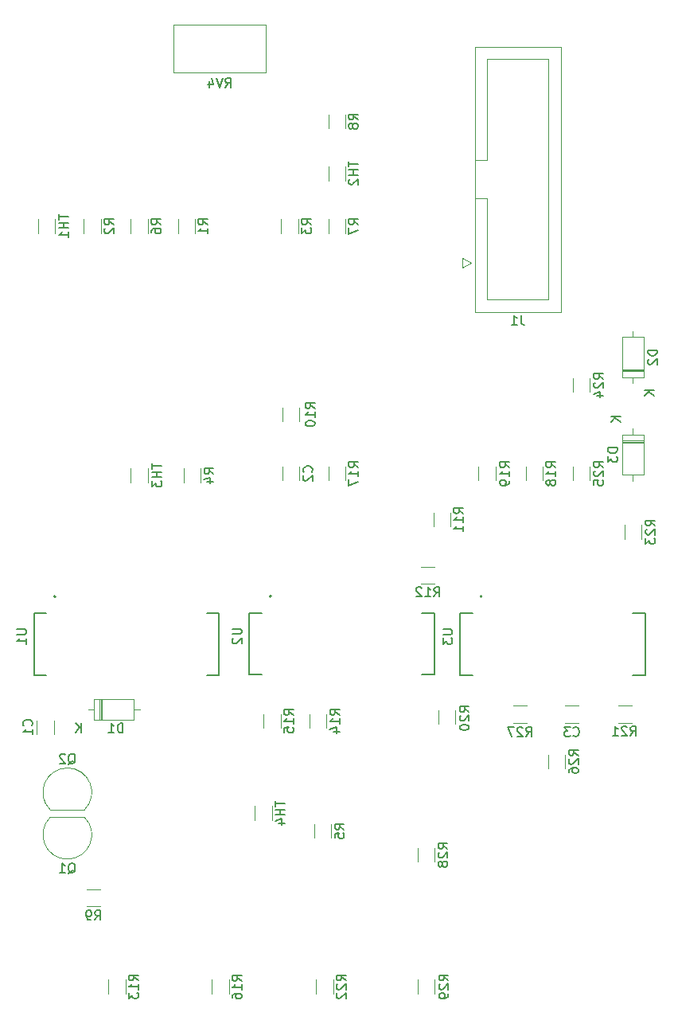
<source format=gbr>
%TF.GenerationSoftware,KiCad,Pcbnew,7.0.2*%
%TF.CreationDate,2023-05-22T18:24:12+02:00*%
%TF.ProjectId,VCO_EURORACK,56434f5f-4555-4524-9f52-41434b2e6b69,rev?*%
%TF.SameCoordinates,Original*%
%TF.FileFunction,Legend,Bot*%
%TF.FilePolarity,Positive*%
%FSLAX46Y46*%
G04 Gerber Fmt 4.6, Leading zero omitted, Abs format (unit mm)*
G04 Created by KiCad (PCBNEW 7.0.2) date 2023-05-22 18:24:12*
%MOMM*%
%LPD*%
G01*
G04 APERTURE LIST*
%ADD10C,0.150000*%
%ADD11C,0.120000*%
%ADD12C,0.127000*%
%ADD13C,0.200000*%
G04 APERTURE END LIST*
D10*
%TO.C,TH4*%
X135862619Y-121784286D02*
X135862619Y-122355714D01*
X136862619Y-122070000D02*
X135862619Y-122070000D01*
X136862619Y-122689048D02*
X135862619Y-122689048D01*
X136338809Y-122689048D02*
X136338809Y-123260476D01*
X136862619Y-123260476D02*
X135862619Y-123260476D01*
X136195952Y-124165238D02*
X136862619Y-124165238D01*
X135815000Y-123927143D02*
X136529285Y-123689048D01*
X136529285Y-123689048D02*
X136529285Y-124308095D01*
%TO.C,TH3*%
X122742619Y-85884286D02*
X122742619Y-86455714D01*
X123742619Y-86170000D02*
X122742619Y-86170000D01*
X123742619Y-86789048D02*
X122742619Y-86789048D01*
X123218809Y-86789048D02*
X123218809Y-87360476D01*
X123742619Y-87360476D02*
X122742619Y-87360476D01*
X122742619Y-87741429D02*
X122742619Y-88360476D01*
X122742619Y-88360476D02*
X123123571Y-88027143D01*
X123123571Y-88027143D02*
X123123571Y-88170000D01*
X123123571Y-88170000D02*
X123171190Y-88265238D01*
X123171190Y-88265238D02*
X123218809Y-88312857D01*
X123218809Y-88312857D02*
X123314047Y-88360476D01*
X123314047Y-88360476D02*
X123552142Y-88360476D01*
X123552142Y-88360476D02*
X123647380Y-88312857D01*
X123647380Y-88312857D02*
X123695000Y-88265238D01*
X123695000Y-88265238D02*
X123742619Y-88170000D01*
X123742619Y-88170000D02*
X123742619Y-87884286D01*
X123742619Y-87884286D02*
X123695000Y-87789048D01*
X123695000Y-87789048D02*
X123647380Y-87741429D01*
%TO.C,TH2*%
X143662619Y-53784286D02*
X143662619Y-54355714D01*
X144662619Y-54070000D02*
X143662619Y-54070000D01*
X144662619Y-54689048D02*
X143662619Y-54689048D01*
X144138809Y-54689048D02*
X144138809Y-55260476D01*
X144662619Y-55260476D02*
X143662619Y-55260476D01*
X143757857Y-55689048D02*
X143710238Y-55736667D01*
X143710238Y-55736667D02*
X143662619Y-55831905D01*
X143662619Y-55831905D02*
X143662619Y-56070000D01*
X143662619Y-56070000D02*
X143710238Y-56165238D01*
X143710238Y-56165238D02*
X143757857Y-56212857D01*
X143757857Y-56212857D02*
X143853095Y-56260476D01*
X143853095Y-56260476D02*
X143948333Y-56260476D01*
X143948333Y-56260476D02*
X144091190Y-56212857D01*
X144091190Y-56212857D02*
X144662619Y-55641429D01*
X144662619Y-55641429D02*
X144662619Y-56260476D01*
%TO.C,TH1*%
X112842619Y-59384286D02*
X112842619Y-59955714D01*
X113842619Y-59670000D02*
X112842619Y-59670000D01*
X113842619Y-60289048D02*
X112842619Y-60289048D01*
X113318809Y-60289048D02*
X113318809Y-60860476D01*
X113842619Y-60860476D02*
X112842619Y-60860476D01*
X113842619Y-61860476D02*
X113842619Y-61289048D01*
X113842619Y-61574762D02*
X112842619Y-61574762D01*
X112842619Y-61574762D02*
X112985476Y-61479524D01*
X112985476Y-61479524D02*
X113080714Y-61384286D01*
X113080714Y-61384286D02*
X113128333Y-61289048D01*
%TO.C,R29*%
X154242619Y-140877142D02*
X153766428Y-140543809D01*
X154242619Y-140305714D02*
X153242619Y-140305714D01*
X153242619Y-140305714D02*
X153242619Y-140686666D01*
X153242619Y-140686666D02*
X153290238Y-140781904D01*
X153290238Y-140781904D02*
X153337857Y-140829523D01*
X153337857Y-140829523D02*
X153433095Y-140877142D01*
X153433095Y-140877142D02*
X153575952Y-140877142D01*
X153575952Y-140877142D02*
X153671190Y-140829523D01*
X153671190Y-140829523D02*
X153718809Y-140781904D01*
X153718809Y-140781904D02*
X153766428Y-140686666D01*
X153766428Y-140686666D02*
X153766428Y-140305714D01*
X153337857Y-141258095D02*
X153290238Y-141305714D01*
X153290238Y-141305714D02*
X153242619Y-141400952D01*
X153242619Y-141400952D02*
X153242619Y-141639047D01*
X153242619Y-141639047D02*
X153290238Y-141734285D01*
X153290238Y-141734285D02*
X153337857Y-141781904D01*
X153337857Y-141781904D02*
X153433095Y-141829523D01*
X153433095Y-141829523D02*
X153528333Y-141829523D01*
X153528333Y-141829523D02*
X153671190Y-141781904D01*
X153671190Y-141781904D02*
X154242619Y-141210476D01*
X154242619Y-141210476D02*
X154242619Y-141829523D01*
X154242619Y-142305714D02*
X154242619Y-142496190D01*
X154242619Y-142496190D02*
X154195000Y-142591428D01*
X154195000Y-142591428D02*
X154147380Y-142639047D01*
X154147380Y-142639047D02*
X154004523Y-142734285D01*
X154004523Y-142734285D02*
X153814047Y-142781904D01*
X153814047Y-142781904D02*
X153433095Y-142781904D01*
X153433095Y-142781904D02*
X153337857Y-142734285D01*
X153337857Y-142734285D02*
X153290238Y-142686666D01*
X153290238Y-142686666D02*
X153242619Y-142591428D01*
X153242619Y-142591428D02*
X153242619Y-142400952D01*
X153242619Y-142400952D02*
X153290238Y-142305714D01*
X153290238Y-142305714D02*
X153337857Y-142258095D01*
X153337857Y-142258095D02*
X153433095Y-142210476D01*
X153433095Y-142210476D02*
X153671190Y-142210476D01*
X153671190Y-142210476D02*
X153766428Y-142258095D01*
X153766428Y-142258095D02*
X153814047Y-142305714D01*
X153814047Y-142305714D02*
X153861666Y-142400952D01*
X153861666Y-142400952D02*
X153861666Y-142591428D01*
X153861666Y-142591428D02*
X153814047Y-142686666D01*
X153814047Y-142686666D02*
X153766428Y-142734285D01*
X153766428Y-142734285D02*
X153671190Y-142781904D01*
%TO.C,R28*%
X154162619Y-126877142D02*
X153686428Y-126543809D01*
X154162619Y-126305714D02*
X153162619Y-126305714D01*
X153162619Y-126305714D02*
X153162619Y-126686666D01*
X153162619Y-126686666D02*
X153210238Y-126781904D01*
X153210238Y-126781904D02*
X153257857Y-126829523D01*
X153257857Y-126829523D02*
X153353095Y-126877142D01*
X153353095Y-126877142D02*
X153495952Y-126877142D01*
X153495952Y-126877142D02*
X153591190Y-126829523D01*
X153591190Y-126829523D02*
X153638809Y-126781904D01*
X153638809Y-126781904D02*
X153686428Y-126686666D01*
X153686428Y-126686666D02*
X153686428Y-126305714D01*
X153257857Y-127258095D02*
X153210238Y-127305714D01*
X153210238Y-127305714D02*
X153162619Y-127400952D01*
X153162619Y-127400952D02*
X153162619Y-127639047D01*
X153162619Y-127639047D02*
X153210238Y-127734285D01*
X153210238Y-127734285D02*
X153257857Y-127781904D01*
X153257857Y-127781904D02*
X153353095Y-127829523D01*
X153353095Y-127829523D02*
X153448333Y-127829523D01*
X153448333Y-127829523D02*
X153591190Y-127781904D01*
X153591190Y-127781904D02*
X154162619Y-127210476D01*
X154162619Y-127210476D02*
X154162619Y-127829523D01*
X153591190Y-128400952D02*
X153543571Y-128305714D01*
X153543571Y-128305714D02*
X153495952Y-128258095D01*
X153495952Y-128258095D02*
X153400714Y-128210476D01*
X153400714Y-128210476D02*
X153353095Y-128210476D01*
X153353095Y-128210476D02*
X153257857Y-128258095D01*
X153257857Y-128258095D02*
X153210238Y-128305714D01*
X153210238Y-128305714D02*
X153162619Y-128400952D01*
X153162619Y-128400952D02*
X153162619Y-128591428D01*
X153162619Y-128591428D02*
X153210238Y-128686666D01*
X153210238Y-128686666D02*
X153257857Y-128734285D01*
X153257857Y-128734285D02*
X153353095Y-128781904D01*
X153353095Y-128781904D02*
X153400714Y-128781904D01*
X153400714Y-128781904D02*
X153495952Y-128734285D01*
X153495952Y-128734285D02*
X153543571Y-128686666D01*
X153543571Y-128686666D02*
X153591190Y-128591428D01*
X153591190Y-128591428D02*
X153591190Y-128400952D01*
X153591190Y-128400952D02*
X153638809Y-128305714D01*
X153638809Y-128305714D02*
X153686428Y-128258095D01*
X153686428Y-128258095D02*
X153781666Y-128210476D01*
X153781666Y-128210476D02*
X153972142Y-128210476D01*
X153972142Y-128210476D02*
X154067380Y-128258095D01*
X154067380Y-128258095D02*
X154115000Y-128305714D01*
X154115000Y-128305714D02*
X154162619Y-128400952D01*
X154162619Y-128400952D02*
X154162619Y-128591428D01*
X154162619Y-128591428D02*
X154115000Y-128686666D01*
X154115000Y-128686666D02*
X154067380Y-128734285D01*
X154067380Y-128734285D02*
X153972142Y-128781904D01*
X153972142Y-128781904D02*
X153781666Y-128781904D01*
X153781666Y-128781904D02*
X153686428Y-128734285D01*
X153686428Y-128734285D02*
X153638809Y-128686666D01*
X153638809Y-128686666D02*
X153591190Y-128591428D01*
%TO.C,R27*%
X162522857Y-114932619D02*
X162856190Y-114456428D01*
X163094285Y-114932619D02*
X163094285Y-113932619D01*
X163094285Y-113932619D02*
X162713333Y-113932619D01*
X162713333Y-113932619D02*
X162618095Y-113980238D01*
X162618095Y-113980238D02*
X162570476Y-114027857D01*
X162570476Y-114027857D02*
X162522857Y-114123095D01*
X162522857Y-114123095D02*
X162522857Y-114265952D01*
X162522857Y-114265952D02*
X162570476Y-114361190D01*
X162570476Y-114361190D02*
X162618095Y-114408809D01*
X162618095Y-114408809D02*
X162713333Y-114456428D01*
X162713333Y-114456428D02*
X163094285Y-114456428D01*
X162141904Y-114027857D02*
X162094285Y-113980238D01*
X162094285Y-113980238D02*
X161999047Y-113932619D01*
X161999047Y-113932619D02*
X161760952Y-113932619D01*
X161760952Y-113932619D02*
X161665714Y-113980238D01*
X161665714Y-113980238D02*
X161618095Y-114027857D01*
X161618095Y-114027857D02*
X161570476Y-114123095D01*
X161570476Y-114123095D02*
X161570476Y-114218333D01*
X161570476Y-114218333D02*
X161618095Y-114361190D01*
X161618095Y-114361190D02*
X162189523Y-114932619D01*
X162189523Y-114932619D02*
X161570476Y-114932619D01*
X161237142Y-113932619D02*
X160570476Y-113932619D01*
X160570476Y-113932619D02*
X160999047Y-114932619D01*
%TO.C,R26*%
X168062619Y-116927142D02*
X167586428Y-116593809D01*
X168062619Y-116355714D02*
X167062619Y-116355714D01*
X167062619Y-116355714D02*
X167062619Y-116736666D01*
X167062619Y-116736666D02*
X167110238Y-116831904D01*
X167110238Y-116831904D02*
X167157857Y-116879523D01*
X167157857Y-116879523D02*
X167253095Y-116927142D01*
X167253095Y-116927142D02*
X167395952Y-116927142D01*
X167395952Y-116927142D02*
X167491190Y-116879523D01*
X167491190Y-116879523D02*
X167538809Y-116831904D01*
X167538809Y-116831904D02*
X167586428Y-116736666D01*
X167586428Y-116736666D02*
X167586428Y-116355714D01*
X167157857Y-117308095D02*
X167110238Y-117355714D01*
X167110238Y-117355714D02*
X167062619Y-117450952D01*
X167062619Y-117450952D02*
X167062619Y-117689047D01*
X167062619Y-117689047D02*
X167110238Y-117784285D01*
X167110238Y-117784285D02*
X167157857Y-117831904D01*
X167157857Y-117831904D02*
X167253095Y-117879523D01*
X167253095Y-117879523D02*
X167348333Y-117879523D01*
X167348333Y-117879523D02*
X167491190Y-117831904D01*
X167491190Y-117831904D02*
X168062619Y-117260476D01*
X168062619Y-117260476D02*
X168062619Y-117879523D01*
X167062619Y-118736666D02*
X167062619Y-118546190D01*
X167062619Y-118546190D02*
X167110238Y-118450952D01*
X167110238Y-118450952D02*
X167157857Y-118403333D01*
X167157857Y-118403333D02*
X167300714Y-118308095D01*
X167300714Y-118308095D02*
X167491190Y-118260476D01*
X167491190Y-118260476D02*
X167872142Y-118260476D01*
X167872142Y-118260476D02*
X167967380Y-118308095D01*
X167967380Y-118308095D02*
X168015000Y-118355714D01*
X168015000Y-118355714D02*
X168062619Y-118450952D01*
X168062619Y-118450952D02*
X168062619Y-118641428D01*
X168062619Y-118641428D02*
X168015000Y-118736666D01*
X168015000Y-118736666D02*
X167967380Y-118784285D01*
X167967380Y-118784285D02*
X167872142Y-118831904D01*
X167872142Y-118831904D02*
X167634047Y-118831904D01*
X167634047Y-118831904D02*
X167538809Y-118784285D01*
X167538809Y-118784285D02*
X167491190Y-118736666D01*
X167491190Y-118736666D02*
X167443571Y-118641428D01*
X167443571Y-118641428D02*
X167443571Y-118450952D01*
X167443571Y-118450952D02*
X167491190Y-118355714D01*
X167491190Y-118355714D02*
X167538809Y-118308095D01*
X167538809Y-118308095D02*
X167634047Y-118260476D01*
%TO.C,R25*%
X170742619Y-86327142D02*
X170266428Y-85993809D01*
X170742619Y-85755714D02*
X169742619Y-85755714D01*
X169742619Y-85755714D02*
X169742619Y-86136666D01*
X169742619Y-86136666D02*
X169790238Y-86231904D01*
X169790238Y-86231904D02*
X169837857Y-86279523D01*
X169837857Y-86279523D02*
X169933095Y-86327142D01*
X169933095Y-86327142D02*
X170075952Y-86327142D01*
X170075952Y-86327142D02*
X170171190Y-86279523D01*
X170171190Y-86279523D02*
X170218809Y-86231904D01*
X170218809Y-86231904D02*
X170266428Y-86136666D01*
X170266428Y-86136666D02*
X170266428Y-85755714D01*
X169837857Y-86708095D02*
X169790238Y-86755714D01*
X169790238Y-86755714D02*
X169742619Y-86850952D01*
X169742619Y-86850952D02*
X169742619Y-87089047D01*
X169742619Y-87089047D02*
X169790238Y-87184285D01*
X169790238Y-87184285D02*
X169837857Y-87231904D01*
X169837857Y-87231904D02*
X169933095Y-87279523D01*
X169933095Y-87279523D02*
X170028333Y-87279523D01*
X170028333Y-87279523D02*
X170171190Y-87231904D01*
X170171190Y-87231904D02*
X170742619Y-86660476D01*
X170742619Y-86660476D02*
X170742619Y-87279523D01*
X169742619Y-88184285D02*
X169742619Y-87708095D01*
X169742619Y-87708095D02*
X170218809Y-87660476D01*
X170218809Y-87660476D02*
X170171190Y-87708095D01*
X170171190Y-87708095D02*
X170123571Y-87803333D01*
X170123571Y-87803333D02*
X170123571Y-88041428D01*
X170123571Y-88041428D02*
X170171190Y-88136666D01*
X170171190Y-88136666D02*
X170218809Y-88184285D01*
X170218809Y-88184285D02*
X170314047Y-88231904D01*
X170314047Y-88231904D02*
X170552142Y-88231904D01*
X170552142Y-88231904D02*
X170647380Y-88184285D01*
X170647380Y-88184285D02*
X170695000Y-88136666D01*
X170695000Y-88136666D02*
X170742619Y-88041428D01*
X170742619Y-88041428D02*
X170742619Y-87803333D01*
X170742619Y-87803333D02*
X170695000Y-87708095D01*
X170695000Y-87708095D02*
X170647380Y-87660476D01*
%TO.C,R24*%
X170742619Y-76927142D02*
X170266428Y-76593809D01*
X170742619Y-76355714D02*
X169742619Y-76355714D01*
X169742619Y-76355714D02*
X169742619Y-76736666D01*
X169742619Y-76736666D02*
X169790238Y-76831904D01*
X169790238Y-76831904D02*
X169837857Y-76879523D01*
X169837857Y-76879523D02*
X169933095Y-76927142D01*
X169933095Y-76927142D02*
X170075952Y-76927142D01*
X170075952Y-76927142D02*
X170171190Y-76879523D01*
X170171190Y-76879523D02*
X170218809Y-76831904D01*
X170218809Y-76831904D02*
X170266428Y-76736666D01*
X170266428Y-76736666D02*
X170266428Y-76355714D01*
X169837857Y-77308095D02*
X169790238Y-77355714D01*
X169790238Y-77355714D02*
X169742619Y-77450952D01*
X169742619Y-77450952D02*
X169742619Y-77689047D01*
X169742619Y-77689047D02*
X169790238Y-77784285D01*
X169790238Y-77784285D02*
X169837857Y-77831904D01*
X169837857Y-77831904D02*
X169933095Y-77879523D01*
X169933095Y-77879523D02*
X170028333Y-77879523D01*
X170028333Y-77879523D02*
X170171190Y-77831904D01*
X170171190Y-77831904D02*
X170742619Y-77260476D01*
X170742619Y-77260476D02*
X170742619Y-77879523D01*
X170075952Y-78736666D02*
X170742619Y-78736666D01*
X169695000Y-78498571D02*
X170409285Y-78260476D01*
X170409285Y-78260476D02*
X170409285Y-78879523D01*
%TO.C,R23*%
X176242619Y-92527142D02*
X175766428Y-92193809D01*
X176242619Y-91955714D02*
X175242619Y-91955714D01*
X175242619Y-91955714D02*
X175242619Y-92336666D01*
X175242619Y-92336666D02*
X175290238Y-92431904D01*
X175290238Y-92431904D02*
X175337857Y-92479523D01*
X175337857Y-92479523D02*
X175433095Y-92527142D01*
X175433095Y-92527142D02*
X175575952Y-92527142D01*
X175575952Y-92527142D02*
X175671190Y-92479523D01*
X175671190Y-92479523D02*
X175718809Y-92431904D01*
X175718809Y-92431904D02*
X175766428Y-92336666D01*
X175766428Y-92336666D02*
X175766428Y-91955714D01*
X175337857Y-92908095D02*
X175290238Y-92955714D01*
X175290238Y-92955714D02*
X175242619Y-93050952D01*
X175242619Y-93050952D02*
X175242619Y-93289047D01*
X175242619Y-93289047D02*
X175290238Y-93384285D01*
X175290238Y-93384285D02*
X175337857Y-93431904D01*
X175337857Y-93431904D02*
X175433095Y-93479523D01*
X175433095Y-93479523D02*
X175528333Y-93479523D01*
X175528333Y-93479523D02*
X175671190Y-93431904D01*
X175671190Y-93431904D02*
X176242619Y-92860476D01*
X176242619Y-92860476D02*
X176242619Y-93479523D01*
X175242619Y-93812857D02*
X175242619Y-94431904D01*
X175242619Y-94431904D02*
X175623571Y-94098571D01*
X175623571Y-94098571D02*
X175623571Y-94241428D01*
X175623571Y-94241428D02*
X175671190Y-94336666D01*
X175671190Y-94336666D02*
X175718809Y-94384285D01*
X175718809Y-94384285D02*
X175814047Y-94431904D01*
X175814047Y-94431904D02*
X176052142Y-94431904D01*
X176052142Y-94431904D02*
X176147380Y-94384285D01*
X176147380Y-94384285D02*
X176195000Y-94336666D01*
X176195000Y-94336666D02*
X176242619Y-94241428D01*
X176242619Y-94241428D02*
X176242619Y-93955714D01*
X176242619Y-93955714D02*
X176195000Y-93860476D01*
X176195000Y-93860476D02*
X176147380Y-93812857D01*
%TO.C,R22*%
X143342619Y-140877142D02*
X142866428Y-140543809D01*
X143342619Y-140305714D02*
X142342619Y-140305714D01*
X142342619Y-140305714D02*
X142342619Y-140686666D01*
X142342619Y-140686666D02*
X142390238Y-140781904D01*
X142390238Y-140781904D02*
X142437857Y-140829523D01*
X142437857Y-140829523D02*
X142533095Y-140877142D01*
X142533095Y-140877142D02*
X142675952Y-140877142D01*
X142675952Y-140877142D02*
X142771190Y-140829523D01*
X142771190Y-140829523D02*
X142818809Y-140781904D01*
X142818809Y-140781904D02*
X142866428Y-140686666D01*
X142866428Y-140686666D02*
X142866428Y-140305714D01*
X142437857Y-141258095D02*
X142390238Y-141305714D01*
X142390238Y-141305714D02*
X142342619Y-141400952D01*
X142342619Y-141400952D02*
X142342619Y-141639047D01*
X142342619Y-141639047D02*
X142390238Y-141734285D01*
X142390238Y-141734285D02*
X142437857Y-141781904D01*
X142437857Y-141781904D02*
X142533095Y-141829523D01*
X142533095Y-141829523D02*
X142628333Y-141829523D01*
X142628333Y-141829523D02*
X142771190Y-141781904D01*
X142771190Y-141781904D02*
X143342619Y-141210476D01*
X143342619Y-141210476D02*
X143342619Y-141829523D01*
X142437857Y-142210476D02*
X142390238Y-142258095D01*
X142390238Y-142258095D02*
X142342619Y-142353333D01*
X142342619Y-142353333D02*
X142342619Y-142591428D01*
X142342619Y-142591428D02*
X142390238Y-142686666D01*
X142390238Y-142686666D02*
X142437857Y-142734285D01*
X142437857Y-142734285D02*
X142533095Y-142781904D01*
X142533095Y-142781904D02*
X142628333Y-142781904D01*
X142628333Y-142781904D02*
X142771190Y-142734285D01*
X142771190Y-142734285D02*
X143342619Y-142162857D01*
X143342619Y-142162857D02*
X143342619Y-142781904D01*
%TO.C,R21*%
X173622857Y-114832619D02*
X173956190Y-114356428D01*
X174194285Y-114832619D02*
X174194285Y-113832619D01*
X174194285Y-113832619D02*
X173813333Y-113832619D01*
X173813333Y-113832619D02*
X173718095Y-113880238D01*
X173718095Y-113880238D02*
X173670476Y-113927857D01*
X173670476Y-113927857D02*
X173622857Y-114023095D01*
X173622857Y-114023095D02*
X173622857Y-114165952D01*
X173622857Y-114165952D02*
X173670476Y-114261190D01*
X173670476Y-114261190D02*
X173718095Y-114308809D01*
X173718095Y-114308809D02*
X173813333Y-114356428D01*
X173813333Y-114356428D02*
X174194285Y-114356428D01*
X173241904Y-113927857D02*
X173194285Y-113880238D01*
X173194285Y-113880238D02*
X173099047Y-113832619D01*
X173099047Y-113832619D02*
X172860952Y-113832619D01*
X172860952Y-113832619D02*
X172765714Y-113880238D01*
X172765714Y-113880238D02*
X172718095Y-113927857D01*
X172718095Y-113927857D02*
X172670476Y-114023095D01*
X172670476Y-114023095D02*
X172670476Y-114118333D01*
X172670476Y-114118333D02*
X172718095Y-114261190D01*
X172718095Y-114261190D02*
X173289523Y-114832619D01*
X173289523Y-114832619D02*
X172670476Y-114832619D01*
X171718095Y-114832619D02*
X172289523Y-114832619D01*
X172003809Y-114832619D02*
X172003809Y-113832619D01*
X172003809Y-113832619D02*
X172099047Y-113975476D01*
X172099047Y-113975476D02*
X172194285Y-114070714D01*
X172194285Y-114070714D02*
X172289523Y-114118333D01*
%TO.C,R20*%
X156442619Y-112327142D02*
X155966428Y-111993809D01*
X156442619Y-111755714D02*
X155442619Y-111755714D01*
X155442619Y-111755714D02*
X155442619Y-112136666D01*
X155442619Y-112136666D02*
X155490238Y-112231904D01*
X155490238Y-112231904D02*
X155537857Y-112279523D01*
X155537857Y-112279523D02*
X155633095Y-112327142D01*
X155633095Y-112327142D02*
X155775952Y-112327142D01*
X155775952Y-112327142D02*
X155871190Y-112279523D01*
X155871190Y-112279523D02*
X155918809Y-112231904D01*
X155918809Y-112231904D02*
X155966428Y-112136666D01*
X155966428Y-112136666D02*
X155966428Y-111755714D01*
X155537857Y-112708095D02*
X155490238Y-112755714D01*
X155490238Y-112755714D02*
X155442619Y-112850952D01*
X155442619Y-112850952D02*
X155442619Y-113089047D01*
X155442619Y-113089047D02*
X155490238Y-113184285D01*
X155490238Y-113184285D02*
X155537857Y-113231904D01*
X155537857Y-113231904D02*
X155633095Y-113279523D01*
X155633095Y-113279523D02*
X155728333Y-113279523D01*
X155728333Y-113279523D02*
X155871190Y-113231904D01*
X155871190Y-113231904D02*
X156442619Y-112660476D01*
X156442619Y-112660476D02*
X156442619Y-113279523D01*
X155442619Y-113898571D02*
X155442619Y-113993809D01*
X155442619Y-113993809D02*
X155490238Y-114089047D01*
X155490238Y-114089047D02*
X155537857Y-114136666D01*
X155537857Y-114136666D02*
X155633095Y-114184285D01*
X155633095Y-114184285D02*
X155823571Y-114231904D01*
X155823571Y-114231904D02*
X156061666Y-114231904D01*
X156061666Y-114231904D02*
X156252142Y-114184285D01*
X156252142Y-114184285D02*
X156347380Y-114136666D01*
X156347380Y-114136666D02*
X156395000Y-114089047D01*
X156395000Y-114089047D02*
X156442619Y-113993809D01*
X156442619Y-113993809D02*
X156442619Y-113898571D01*
X156442619Y-113898571D02*
X156395000Y-113803333D01*
X156395000Y-113803333D02*
X156347380Y-113755714D01*
X156347380Y-113755714D02*
X156252142Y-113708095D01*
X156252142Y-113708095D02*
X156061666Y-113660476D01*
X156061666Y-113660476D02*
X155823571Y-113660476D01*
X155823571Y-113660476D02*
X155633095Y-113708095D01*
X155633095Y-113708095D02*
X155537857Y-113755714D01*
X155537857Y-113755714D02*
X155490238Y-113803333D01*
X155490238Y-113803333D02*
X155442619Y-113898571D01*
%TO.C,R19*%
X160742619Y-86327142D02*
X160266428Y-85993809D01*
X160742619Y-85755714D02*
X159742619Y-85755714D01*
X159742619Y-85755714D02*
X159742619Y-86136666D01*
X159742619Y-86136666D02*
X159790238Y-86231904D01*
X159790238Y-86231904D02*
X159837857Y-86279523D01*
X159837857Y-86279523D02*
X159933095Y-86327142D01*
X159933095Y-86327142D02*
X160075952Y-86327142D01*
X160075952Y-86327142D02*
X160171190Y-86279523D01*
X160171190Y-86279523D02*
X160218809Y-86231904D01*
X160218809Y-86231904D02*
X160266428Y-86136666D01*
X160266428Y-86136666D02*
X160266428Y-85755714D01*
X160742619Y-87279523D02*
X160742619Y-86708095D01*
X160742619Y-86993809D02*
X159742619Y-86993809D01*
X159742619Y-86993809D02*
X159885476Y-86898571D01*
X159885476Y-86898571D02*
X159980714Y-86803333D01*
X159980714Y-86803333D02*
X160028333Y-86708095D01*
X160742619Y-87755714D02*
X160742619Y-87946190D01*
X160742619Y-87946190D02*
X160695000Y-88041428D01*
X160695000Y-88041428D02*
X160647380Y-88089047D01*
X160647380Y-88089047D02*
X160504523Y-88184285D01*
X160504523Y-88184285D02*
X160314047Y-88231904D01*
X160314047Y-88231904D02*
X159933095Y-88231904D01*
X159933095Y-88231904D02*
X159837857Y-88184285D01*
X159837857Y-88184285D02*
X159790238Y-88136666D01*
X159790238Y-88136666D02*
X159742619Y-88041428D01*
X159742619Y-88041428D02*
X159742619Y-87850952D01*
X159742619Y-87850952D02*
X159790238Y-87755714D01*
X159790238Y-87755714D02*
X159837857Y-87708095D01*
X159837857Y-87708095D02*
X159933095Y-87660476D01*
X159933095Y-87660476D02*
X160171190Y-87660476D01*
X160171190Y-87660476D02*
X160266428Y-87708095D01*
X160266428Y-87708095D02*
X160314047Y-87755714D01*
X160314047Y-87755714D02*
X160361666Y-87850952D01*
X160361666Y-87850952D02*
X160361666Y-88041428D01*
X160361666Y-88041428D02*
X160314047Y-88136666D01*
X160314047Y-88136666D02*
X160266428Y-88184285D01*
X160266428Y-88184285D02*
X160171190Y-88231904D01*
%TO.C,R18*%
X165662619Y-86327142D02*
X165186428Y-85993809D01*
X165662619Y-85755714D02*
X164662619Y-85755714D01*
X164662619Y-85755714D02*
X164662619Y-86136666D01*
X164662619Y-86136666D02*
X164710238Y-86231904D01*
X164710238Y-86231904D02*
X164757857Y-86279523D01*
X164757857Y-86279523D02*
X164853095Y-86327142D01*
X164853095Y-86327142D02*
X164995952Y-86327142D01*
X164995952Y-86327142D02*
X165091190Y-86279523D01*
X165091190Y-86279523D02*
X165138809Y-86231904D01*
X165138809Y-86231904D02*
X165186428Y-86136666D01*
X165186428Y-86136666D02*
X165186428Y-85755714D01*
X165662619Y-87279523D02*
X165662619Y-86708095D01*
X165662619Y-86993809D02*
X164662619Y-86993809D01*
X164662619Y-86993809D02*
X164805476Y-86898571D01*
X164805476Y-86898571D02*
X164900714Y-86803333D01*
X164900714Y-86803333D02*
X164948333Y-86708095D01*
X165091190Y-87850952D02*
X165043571Y-87755714D01*
X165043571Y-87755714D02*
X164995952Y-87708095D01*
X164995952Y-87708095D02*
X164900714Y-87660476D01*
X164900714Y-87660476D02*
X164853095Y-87660476D01*
X164853095Y-87660476D02*
X164757857Y-87708095D01*
X164757857Y-87708095D02*
X164710238Y-87755714D01*
X164710238Y-87755714D02*
X164662619Y-87850952D01*
X164662619Y-87850952D02*
X164662619Y-88041428D01*
X164662619Y-88041428D02*
X164710238Y-88136666D01*
X164710238Y-88136666D02*
X164757857Y-88184285D01*
X164757857Y-88184285D02*
X164853095Y-88231904D01*
X164853095Y-88231904D02*
X164900714Y-88231904D01*
X164900714Y-88231904D02*
X164995952Y-88184285D01*
X164995952Y-88184285D02*
X165043571Y-88136666D01*
X165043571Y-88136666D02*
X165091190Y-88041428D01*
X165091190Y-88041428D02*
X165091190Y-87850952D01*
X165091190Y-87850952D02*
X165138809Y-87755714D01*
X165138809Y-87755714D02*
X165186428Y-87708095D01*
X165186428Y-87708095D02*
X165281666Y-87660476D01*
X165281666Y-87660476D02*
X165472142Y-87660476D01*
X165472142Y-87660476D02*
X165567380Y-87708095D01*
X165567380Y-87708095D02*
X165615000Y-87755714D01*
X165615000Y-87755714D02*
X165662619Y-87850952D01*
X165662619Y-87850952D02*
X165662619Y-88041428D01*
X165662619Y-88041428D02*
X165615000Y-88136666D01*
X165615000Y-88136666D02*
X165567380Y-88184285D01*
X165567380Y-88184285D02*
X165472142Y-88231904D01*
X165472142Y-88231904D02*
X165281666Y-88231904D01*
X165281666Y-88231904D02*
X165186428Y-88184285D01*
X165186428Y-88184285D02*
X165138809Y-88136666D01*
X165138809Y-88136666D02*
X165091190Y-88041428D01*
%TO.C,R17*%
X144662619Y-86327142D02*
X144186428Y-85993809D01*
X144662619Y-85755714D02*
X143662619Y-85755714D01*
X143662619Y-85755714D02*
X143662619Y-86136666D01*
X143662619Y-86136666D02*
X143710238Y-86231904D01*
X143710238Y-86231904D02*
X143757857Y-86279523D01*
X143757857Y-86279523D02*
X143853095Y-86327142D01*
X143853095Y-86327142D02*
X143995952Y-86327142D01*
X143995952Y-86327142D02*
X144091190Y-86279523D01*
X144091190Y-86279523D02*
X144138809Y-86231904D01*
X144138809Y-86231904D02*
X144186428Y-86136666D01*
X144186428Y-86136666D02*
X144186428Y-85755714D01*
X144662619Y-87279523D02*
X144662619Y-86708095D01*
X144662619Y-86993809D02*
X143662619Y-86993809D01*
X143662619Y-86993809D02*
X143805476Y-86898571D01*
X143805476Y-86898571D02*
X143900714Y-86803333D01*
X143900714Y-86803333D02*
X143948333Y-86708095D01*
X143662619Y-87612857D02*
X143662619Y-88279523D01*
X143662619Y-88279523D02*
X144662619Y-87850952D01*
%TO.C,R16*%
X132242619Y-140927142D02*
X131766428Y-140593809D01*
X132242619Y-140355714D02*
X131242619Y-140355714D01*
X131242619Y-140355714D02*
X131242619Y-140736666D01*
X131242619Y-140736666D02*
X131290238Y-140831904D01*
X131290238Y-140831904D02*
X131337857Y-140879523D01*
X131337857Y-140879523D02*
X131433095Y-140927142D01*
X131433095Y-140927142D02*
X131575952Y-140927142D01*
X131575952Y-140927142D02*
X131671190Y-140879523D01*
X131671190Y-140879523D02*
X131718809Y-140831904D01*
X131718809Y-140831904D02*
X131766428Y-140736666D01*
X131766428Y-140736666D02*
X131766428Y-140355714D01*
X132242619Y-141879523D02*
X132242619Y-141308095D01*
X132242619Y-141593809D02*
X131242619Y-141593809D01*
X131242619Y-141593809D02*
X131385476Y-141498571D01*
X131385476Y-141498571D02*
X131480714Y-141403333D01*
X131480714Y-141403333D02*
X131528333Y-141308095D01*
X131242619Y-142736666D02*
X131242619Y-142546190D01*
X131242619Y-142546190D02*
X131290238Y-142450952D01*
X131290238Y-142450952D02*
X131337857Y-142403333D01*
X131337857Y-142403333D02*
X131480714Y-142308095D01*
X131480714Y-142308095D02*
X131671190Y-142260476D01*
X131671190Y-142260476D02*
X132052142Y-142260476D01*
X132052142Y-142260476D02*
X132147380Y-142308095D01*
X132147380Y-142308095D02*
X132195000Y-142355714D01*
X132195000Y-142355714D02*
X132242619Y-142450952D01*
X132242619Y-142450952D02*
X132242619Y-142641428D01*
X132242619Y-142641428D02*
X132195000Y-142736666D01*
X132195000Y-142736666D02*
X132147380Y-142784285D01*
X132147380Y-142784285D02*
X132052142Y-142831904D01*
X132052142Y-142831904D02*
X131814047Y-142831904D01*
X131814047Y-142831904D02*
X131718809Y-142784285D01*
X131718809Y-142784285D02*
X131671190Y-142736666D01*
X131671190Y-142736666D02*
X131623571Y-142641428D01*
X131623571Y-142641428D02*
X131623571Y-142450952D01*
X131623571Y-142450952D02*
X131671190Y-142355714D01*
X131671190Y-142355714D02*
X131718809Y-142308095D01*
X131718809Y-142308095D02*
X131814047Y-142260476D01*
%TO.C,R15*%
X137762619Y-112627142D02*
X137286428Y-112293809D01*
X137762619Y-112055714D02*
X136762619Y-112055714D01*
X136762619Y-112055714D02*
X136762619Y-112436666D01*
X136762619Y-112436666D02*
X136810238Y-112531904D01*
X136810238Y-112531904D02*
X136857857Y-112579523D01*
X136857857Y-112579523D02*
X136953095Y-112627142D01*
X136953095Y-112627142D02*
X137095952Y-112627142D01*
X137095952Y-112627142D02*
X137191190Y-112579523D01*
X137191190Y-112579523D02*
X137238809Y-112531904D01*
X137238809Y-112531904D02*
X137286428Y-112436666D01*
X137286428Y-112436666D02*
X137286428Y-112055714D01*
X137762619Y-113579523D02*
X137762619Y-113008095D01*
X137762619Y-113293809D02*
X136762619Y-113293809D01*
X136762619Y-113293809D02*
X136905476Y-113198571D01*
X136905476Y-113198571D02*
X137000714Y-113103333D01*
X137000714Y-113103333D02*
X137048333Y-113008095D01*
X136762619Y-114484285D02*
X136762619Y-114008095D01*
X136762619Y-114008095D02*
X137238809Y-113960476D01*
X137238809Y-113960476D02*
X137191190Y-114008095D01*
X137191190Y-114008095D02*
X137143571Y-114103333D01*
X137143571Y-114103333D02*
X137143571Y-114341428D01*
X137143571Y-114341428D02*
X137191190Y-114436666D01*
X137191190Y-114436666D02*
X137238809Y-114484285D01*
X137238809Y-114484285D02*
X137334047Y-114531904D01*
X137334047Y-114531904D02*
X137572142Y-114531904D01*
X137572142Y-114531904D02*
X137667380Y-114484285D01*
X137667380Y-114484285D02*
X137715000Y-114436666D01*
X137715000Y-114436666D02*
X137762619Y-114341428D01*
X137762619Y-114341428D02*
X137762619Y-114103333D01*
X137762619Y-114103333D02*
X137715000Y-114008095D01*
X137715000Y-114008095D02*
X137667380Y-113960476D01*
%TO.C,R14*%
X142662619Y-112627142D02*
X142186428Y-112293809D01*
X142662619Y-112055714D02*
X141662619Y-112055714D01*
X141662619Y-112055714D02*
X141662619Y-112436666D01*
X141662619Y-112436666D02*
X141710238Y-112531904D01*
X141710238Y-112531904D02*
X141757857Y-112579523D01*
X141757857Y-112579523D02*
X141853095Y-112627142D01*
X141853095Y-112627142D02*
X141995952Y-112627142D01*
X141995952Y-112627142D02*
X142091190Y-112579523D01*
X142091190Y-112579523D02*
X142138809Y-112531904D01*
X142138809Y-112531904D02*
X142186428Y-112436666D01*
X142186428Y-112436666D02*
X142186428Y-112055714D01*
X142662619Y-113579523D02*
X142662619Y-113008095D01*
X142662619Y-113293809D02*
X141662619Y-113293809D01*
X141662619Y-113293809D02*
X141805476Y-113198571D01*
X141805476Y-113198571D02*
X141900714Y-113103333D01*
X141900714Y-113103333D02*
X141948333Y-113008095D01*
X141995952Y-114436666D02*
X142662619Y-114436666D01*
X141615000Y-114198571D02*
X142329285Y-113960476D01*
X142329285Y-113960476D02*
X142329285Y-114579523D01*
%TO.C,R13*%
X121242619Y-140877142D02*
X120766428Y-140543809D01*
X121242619Y-140305714D02*
X120242619Y-140305714D01*
X120242619Y-140305714D02*
X120242619Y-140686666D01*
X120242619Y-140686666D02*
X120290238Y-140781904D01*
X120290238Y-140781904D02*
X120337857Y-140829523D01*
X120337857Y-140829523D02*
X120433095Y-140877142D01*
X120433095Y-140877142D02*
X120575952Y-140877142D01*
X120575952Y-140877142D02*
X120671190Y-140829523D01*
X120671190Y-140829523D02*
X120718809Y-140781904D01*
X120718809Y-140781904D02*
X120766428Y-140686666D01*
X120766428Y-140686666D02*
X120766428Y-140305714D01*
X121242619Y-141829523D02*
X121242619Y-141258095D01*
X121242619Y-141543809D02*
X120242619Y-141543809D01*
X120242619Y-141543809D02*
X120385476Y-141448571D01*
X120385476Y-141448571D02*
X120480714Y-141353333D01*
X120480714Y-141353333D02*
X120528333Y-141258095D01*
X120242619Y-142162857D02*
X120242619Y-142781904D01*
X120242619Y-142781904D02*
X120623571Y-142448571D01*
X120623571Y-142448571D02*
X120623571Y-142591428D01*
X120623571Y-142591428D02*
X120671190Y-142686666D01*
X120671190Y-142686666D02*
X120718809Y-142734285D01*
X120718809Y-142734285D02*
X120814047Y-142781904D01*
X120814047Y-142781904D02*
X121052142Y-142781904D01*
X121052142Y-142781904D02*
X121147380Y-142734285D01*
X121147380Y-142734285D02*
X121195000Y-142686666D01*
X121195000Y-142686666D02*
X121242619Y-142591428D01*
X121242619Y-142591428D02*
X121242619Y-142305714D01*
X121242619Y-142305714D02*
X121195000Y-142210476D01*
X121195000Y-142210476D02*
X121147380Y-142162857D01*
%TO.C,R12*%
X152722857Y-100052619D02*
X153056190Y-99576428D01*
X153294285Y-100052619D02*
X153294285Y-99052619D01*
X153294285Y-99052619D02*
X152913333Y-99052619D01*
X152913333Y-99052619D02*
X152818095Y-99100238D01*
X152818095Y-99100238D02*
X152770476Y-99147857D01*
X152770476Y-99147857D02*
X152722857Y-99243095D01*
X152722857Y-99243095D02*
X152722857Y-99385952D01*
X152722857Y-99385952D02*
X152770476Y-99481190D01*
X152770476Y-99481190D02*
X152818095Y-99528809D01*
X152818095Y-99528809D02*
X152913333Y-99576428D01*
X152913333Y-99576428D02*
X153294285Y-99576428D01*
X151770476Y-100052619D02*
X152341904Y-100052619D01*
X152056190Y-100052619D02*
X152056190Y-99052619D01*
X152056190Y-99052619D02*
X152151428Y-99195476D01*
X152151428Y-99195476D02*
X152246666Y-99290714D01*
X152246666Y-99290714D02*
X152341904Y-99338333D01*
X151389523Y-99147857D02*
X151341904Y-99100238D01*
X151341904Y-99100238D02*
X151246666Y-99052619D01*
X151246666Y-99052619D02*
X151008571Y-99052619D01*
X151008571Y-99052619D02*
X150913333Y-99100238D01*
X150913333Y-99100238D02*
X150865714Y-99147857D01*
X150865714Y-99147857D02*
X150818095Y-99243095D01*
X150818095Y-99243095D02*
X150818095Y-99338333D01*
X150818095Y-99338333D02*
X150865714Y-99481190D01*
X150865714Y-99481190D02*
X151437142Y-100052619D01*
X151437142Y-100052619D02*
X150818095Y-100052619D01*
%TO.C,R11*%
X155842619Y-91227142D02*
X155366428Y-90893809D01*
X155842619Y-90655714D02*
X154842619Y-90655714D01*
X154842619Y-90655714D02*
X154842619Y-91036666D01*
X154842619Y-91036666D02*
X154890238Y-91131904D01*
X154890238Y-91131904D02*
X154937857Y-91179523D01*
X154937857Y-91179523D02*
X155033095Y-91227142D01*
X155033095Y-91227142D02*
X155175952Y-91227142D01*
X155175952Y-91227142D02*
X155271190Y-91179523D01*
X155271190Y-91179523D02*
X155318809Y-91131904D01*
X155318809Y-91131904D02*
X155366428Y-91036666D01*
X155366428Y-91036666D02*
X155366428Y-90655714D01*
X155842619Y-92179523D02*
X155842619Y-91608095D01*
X155842619Y-91893809D02*
X154842619Y-91893809D01*
X154842619Y-91893809D02*
X154985476Y-91798571D01*
X154985476Y-91798571D02*
X155080714Y-91703333D01*
X155080714Y-91703333D02*
X155128333Y-91608095D01*
X155842619Y-93131904D02*
X155842619Y-92560476D01*
X155842619Y-92846190D02*
X154842619Y-92846190D01*
X154842619Y-92846190D02*
X154985476Y-92750952D01*
X154985476Y-92750952D02*
X155080714Y-92655714D01*
X155080714Y-92655714D02*
X155128333Y-92560476D01*
%TO.C,R10*%
X140042619Y-80027142D02*
X139566428Y-79693809D01*
X140042619Y-79455714D02*
X139042619Y-79455714D01*
X139042619Y-79455714D02*
X139042619Y-79836666D01*
X139042619Y-79836666D02*
X139090238Y-79931904D01*
X139090238Y-79931904D02*
X139137857Y-79979523D01*
X139137857Y-79979523D02*
X139233095Y-80027142D01*
X139233095Y-80027142D02*
X139375952Y-80027142D01*
X139375952Y-80027142D02*
X139471190Y-79979523D01*
X139471190Y-79979523D02*
X139518809Y-79931904D01*
X139518809Y-79931904D02*
X139566428Y-79836666D01*
X139566428Y-79836666D02*
X139566428Y-79455714D01*
X140042619Y-80979523D02*
X140042619Y-80408095D01*
X140042619Y-80693809D02*
X139042619Y-80693809D01*
X139042619Y-80693809D02*
X139185476Y-80598571D01*
X139185476Y-80598571D02*
X139280714Y-80503333D01*
X139280714Y-80503333D02*
X139328333Y-80408095D01*
X139042619Y-81598571D02*
X139042619Y-81693809D01*
X139042619Y-81693809D02*
X139090238Y-81789047D01*
X139090238Y-81789047D02*
X139137857Y-81836666D01*
X139137857Y-81836666D02*
X139233095Y-81884285D01*
X139233095Y-81884285D02*
X139423571Y-81931904D01*
X139423571Y-81931904D02*
X139661666Y-81931904D01*
X139661666Y-81931904D02*
X139852142Y-81884285D01*
X139852142Y-81884285D02*
X139947380Y-81836666D01*
X139947380Y-81836666D02*
X139995000Y-81789047D01*
X139995000Y-81789047D02*
X140042619Y-81693809D01*
X140042619Y-81693809D02*
X140042619Y-81598571D01*
X140042619Y-81598571D02*
X139995000Y-81503333D01*
X139995000Y-81503333D02*
X139947380Y-81455714D01*
X139947380Y-81455714D02*
X139852142Y-81408095D01*
X139852142Y-81408095D02*
X139661666Y-81360476D01*
X139661666Y-81360476D02*
X139423571Y-81360476D01*
X139423571Y-81360476D02*
X139233095Y-81408095D01*
X139233095Y-81408095D02*
X139137857Y-81455714D01*
X139137857Y-81455714D02*
X139090238Y-81503333D01*
X139090238Y-81503333D02*
X139042619Y-81598571D01*
%TO.C,R9*%
X116646666Y-134432619D02*
X116979999Y-133956428D01*
X117218094Y-134432619D02*
X117218094Y-133432619D01*
X117218094Y-133432619D02*
X116837142Y-133432619D01*
X116837142Y-133432619D02*
X116741904Y-133480238D01*
X116741904Y-133480238D02*
X116694285Y-133527857D01*
X116694285Y-133527857D02*
X116646666Y-133623095D01*
X116646666Y-133623095D02*
X116646666Y-133765952D01*
X116646666Y-133765952D02*
X116694285Y-133861190D01*
X116694285Y-133861190D02*
X116741904Y-133908809D01*
X116741904Y-133908809D02*
X116837142Y-133956428D01*
X116837142Y-133956428D02*
X117218094Y-133956428D01*
X116170475Y-134432619D02*
X115979999Y-134432619D01*
X115979999Y-134432619D02*
X115884761Y-134385000D01*
X115884761Y-134385000D02*
X115837142Y-134337380D01*
X115837142Y-134337380D02*
X115741904Y-134194523D01*
X115741904Y-134194523D02*
X115694285Y-134004047D01*
X115694285Y-134004047D02*
X115694285Y-133623095D01*
X115694285Y-133623095D02*
X115741904Y-133527857D01*
X115741904Y-133527857D02*
X115789523Y-133480238D01*
X115789523Y-133480238D02*
X115884761Y-133432619D01*
X115884761Y-133432619D02*
X116075237Y-133432619D01*
X116075237Y-133432619D02*
X116170475Y-133480238D01*
X116170475Y-133480238D02*
X116218094Y-133527857D01*
X116218094Y-133527857D02*
X116265713Y-133623095D01*
X116265713Y-133623095D02*
X116265713Y-133861190D01*
X116265713Y-133861190D02*
X116218094Y-133956428D01*
X116218094Y-133956428D02*
X116170475Y-134004047D01*
X116170475Y-134004047D02*
X116075237Y-134051666D01*
X116075237Y-134051666D02*
X115884761Y-134051666D01*
X115884761Y-134051666D02*
X115789523Y-134004047D01*
X115789523Y-134004047D02*
X115741904Y-133956428D01*
X115741904Y-133956428D02*
X115694285Y-133861190D01*
%TO.C,R8*%
X144642619Y-49353333D02*
X144166428Y-49020000D01*
X144642619Y-48781905D02*
X143642619Y-48781905D01*
X143642619Y-48781905D02*
X143642619Y-49162857D01*
X143642619Y-49162857D02*
X143690238Y-49258095D01*
X143690238Y-49258095D02*
X143737857Y-49305714D01*
X143737857Y-49305714D02*
X143833095Y-49353333D01*
X143833095Y-49353333D02*
X143975952Y-49353333D01*
X143975952Y-49353333D02*
X144071190Y-49305714D01*
X144071190Y-49305714D02*
X144118809Y-49258095D01*
X144118809Y-49258095D02*
X144166428Y-49162857D01*
X144166428Y-49162857D02*
X144166428Y-48781905D01*
X144071190Y-49924762D02*
X144023571Y-49829524D01*
X144023571Y-49829524D02*
X143975952Y-49781905D01*
X143975952Y-49781905D02*
X143880714Y-49734286D01*
X143880714Y-49734286D02*
X143833095Y-49734286D01*
X143833095Y-49734286D02*
X143737857Y-49781905D01*
X143737857Y-49781905D02*
X143690238Y-49829524D01*
X143690238Y-49829524D02*
X143642619Y-49924762D01*
X143642619Y-49924762D02*
X143642619Y-50115238D01*
X143642619Y-50115238D02*
X143690238Y-50210476D01*
X143690238Y-50210476D02*
X143737857Y-50258095D01*
X143737857Y-50258095D02*
X143833095Y-50305714D01*
X143833095Y-50305714D02*
X143880714Y-50305714D01*
X143880714Y-50305714D02*
X143975952Y-50258095D01*
X143975952Y-50258095D02*
X144023571Y-50210476D01*
X144023571Y-50210476D02*
X144071190Y-50115238D01*
X144071190Y-50115238D02*
X144071190Y-49924762D01*
X144071190Y-49924762D02*
X144118809Y-49829524D01*
X144118809Y-49829524D02*
X144166428Y-49781905D01*
X144166428Y-49781905D02*
X144261666Y-49734286D01*
X144261666Y-49734286D02*
X144452142Y-49734286D01*
X144452142Y-49734286D02*
X144547380Y-49781905D01*
X144547380Y-49781905D02*
X144595000Y-49829524D01*
X144595000Y-49829524D02*
X144642619Y-49924762D01*
X144642619Y-49924762D02*
X144642619Y-50115238D01*
X144642619Y-50115238D02*
X144595000Y-50210476D01*
X144595000Y-50210476D02*
X144547380Y-50258095D01*
X144547380Y-50258095D02*
X144452142Y-50305714D01*
X144452142Y-50305714D02*
X144261666Y-50305714D01*
X144261666Y-50305714D02*
X144166428Y-50258095D01*
X144166428Y-50258095D02*
X144118809Y-50210476D01*
X144118809Y-50210476D02*
X144071190Y-50115238D01*
%TO.C,R7*%
X144662619Y-60503333D02*
X144186428Y-60170000D01*
X144662619Y-59931905D02*
X143662619Y-59931905D01*
X143662619Y-59931905D02*
X143662619Y-60312857D01*
X143662619Y-60312857D02*
X143710238Y-60408095D01*
X143710238Y-60408095D02*
X143757857Y-60455714D01*
X143757857Y-60455714D02*
X143853095Y-60503333D01*
X143853095Y-60503333D02*
X143995952Y-60503333D01*
X143995952Y-60503333D02*
X144091190Y-60455714D01*
X144091190Y-60455714D02*
X144138809Y-60408095D01*
X144138809Y-60408095D02*
X144186428Y-60312857D01*
X144186428Y-60312857D02*
X144186428Y-59931905D01*
X143662619Y-60836667D02*
X143662619Y-61503333D01*
X143662619Y-61503333D02*
X144662619Y-61074762D01*
%TO.C,R6*%
X123662619Y-60503333D02*
X123186428Y-60170000D01*
X123662619Y-59931905D02*
X122662619Y-59931905D01*
X122662619Y-59931905D02*
X122662619Y-60312857D01*
X122662619Y-60312857D02*
X122710238Y-60408095D01*
X122710238Y-60408095D02*
X122757857Y-60455714D01*
X122757857Y-60455714D02*
X122853095Y-60503333D01*
X122853095Y-60503333D02*
X122995952Y-60503333D01*
X122995952Y-60503333D02*
X123091190Y-60455714D01*
X123091190Y-60455714D02*
X123138809Y-60408095D01*
X123138809Y-60408095D02*
X123186428Y-60312857D01*
X123186428Y-60312857D02*
X123186428Y-59931905D01*
X122662619Y-61360476D02*
X122662619Y-61170000D01*
X122662619Y-61170000D02*
X122710238Y-61074762D01*
X122710238Y-61074762D02*
X122757857Y-61027143D01*
X122757857Y-61027143D02*
X122900714Y-60931905D01*
X122900714Y-60931905D02*
X123091190Y-60884286D01*
X123091190Y-60884286D02*
X123472142Y-60884286D01*
X123472142Y-60884286D02*
X123567380Y-60931905D01*
X123567380Y-60931905D02*
X123615000Y-60979524D01*
X123615000Y-60979524D02*
X123662619Y-61074762D01*
X123662619Y-61074762D02*
X123662619Y-61265238D01*
X123662619Y-61265238D02*
X123615000Y-61360476D01*
X123615000Y-61360476D02*
X123567380Y-61408095D01*
X123567380Y-61408095D02*
X123472142Y-61455714D01*
X123472142Y-61455714D02*
X123234047Y-61455714D01*
X123234047Y-61455714D02*
X123138809Y-61408095D01*
X123138809Y-61408095D02*
X123091190Y-61360476D01*
X123091190Y-61360476D02*
X123043571Y-61265238D01*
X123043571Y-61265238D02*
X123043571Y-61074762D01*
X123043571Y-61074762D02*
X123091190Y-60979524D01*
X123091190Y-60979524D02*
X123138809Y-60931905D01*
X123138809Y-60931905D02*
X123234047Y-60884286D01*
%TO.C,R5*%
X143162619Y-124803333D02*
X142686428Y-124470000D01*
X143162619Y-124231905D02*
X142162619Y-124231905D01*
X142162619Y-124231905D02*
X142162619Y-124612857D01*
X142162619Y-124612857D02*
X142210238Y-124708095D01*
X142210238Y-124708095D02*
X142257857Y-124755714D01*
X142257857Y-124755714D02*
X142353095Y-124803333D01*
X142353095Y-124803333D02*
X142495952Y-124803333D01*
X142495952Y-124803333D02*
X142591190Y-124755714D01*
X142591190Y-124755714D02*
X142638809Y-124708095D01*
X142638809Y-124708095D02*
X142686428Y-124612857D01*
X142686428Y-124612857D02*
X142686428Y-124231905D01*
X142162619Y-125708095D02*
X142162619Y-125231905D01*
X142162619Y-125231905D02*
X142638809Y-125184286D01*
X142638809Y-125184286D02*
X142591190Y-125231905D01*
X142591190Y-125231905D02*
X142543571Y-125327143D01*
X142543571Y-125327143D02*
X142543571Y-125565238D01*
X142543571Y-125565238D02*
X142591190Y-125660476D01*
X142591190Y-125660476D02*
X142638809Y-125708095D01*
X142638809Y-125708095D02*
X142734047Y-125755714D01*
X142734047Y-125755714D02*
X142972142Y-125755714D01*
X142972142Y-125755714D02*
X143067380Y-125708095D01*
X143067380Y-125708095D02*
X143115000Y-125660476D01*
X143115000Y-125660476D02*
X143162619Y-125565238D01*
X143162619Y-125565238D02*
X143162619Y-125327143D01*
X143162619Y-125327143D02*
X143115000Y-125231905D01*
X143115000Y-125231905D02*
X143067380Y-125184286D01*
%TO.C,R4*%
X129262619Y-87003333D02*
X128786428Y-86670000D01*
X129262619Y-86431905D02*
X128262619Y-86431905D01*
X128262619Y-86431905D02*
X128262619Y-86812857D01*
X128262619Y-86812857D02*
X128310238Y-86908095D01*
X128310238Y-86908095D02*
X128357857Y-86955714D01*
X128357857Y-86955714D02*
X128453095Y-87003333D01*
X128453095Y-87003333D02*
X128595952Y-87003333D01*
X128595952Y-87003333D02*
X128691190Y-86955714D01*
X128691190Y-86955714D02*
X128738809Y-86908095D01*
X128738809Y-86908095D02*
X128786428Y-86812857D01*
X128786428Y-86812857D02*
X128786428Y-86431905D01*
X128595952Y-87860476D02*
X129262619Y-87860476D01*
X128215000Y-87622381D02*
X128929285Y-87384286D01*
X128929285Y-87384286D02*
X128929285Y-88003333D01*
%TO.C,R3*%
X139662619Y-60503333D02*
X139186428Y-60170000D01*
X139662619Y-59931905D02*
X138662619Y-59931905D01*
X138662619Y-59931905D02*
X138662619Y-60312857D01*
X138662619Y-60312857D02*
X138710238Y-60408095D01*
X138710238Y-60408095D02*
X138757857Y-60455714D01*
X138757857Y-60455714D02*
X138853095Y-60503333D01*
X138853095Y-60503333D02*
X138995952Y-60503333D01*
X138995952Y-60503333D02*
X139091190Y-60455714D01*
X139091190Y-60455714D02*
X139138809Y-60408095D01*
X139138809Y-60408095D02*
X139186428Y-60312857D01*
X139186428Y-60312857D02*
X139186428Y-59931905D01*
X138662619Y-60836667D02*
X138662619Y-61455714D01*
X138662619Y-61455714D02*
X139043571Y-61122381D01*
X139043571Y-61122381D02*
X139043571Y-61265238D01*
X139043571Y-61265238D02*
X139091190Y-61360476D01*
X139091190Y-61360476D02*
X139138809Y-61408095D01*
X139138809Y-61408095D02*
X139234047Y-61455714D01*
X139234047Y-61455714D02*
X139472142Y-61455714D01*
X139472142Y-61455714D02*
X139567380Y-61408095D01*
X139567380Y-61408095D02*
X139615000Y-61360476D01*
X139615000Y-61360476D02*
X139662619Y-61265238D01*
X139662619Y-61265238D02*
X139662619Y-60979524D01*
X139662619Y-60979524D02*
X139615000Y-60884286D01*
X139615000Y-60884286D02*
X139567380Y-60836667D01*
%TO.C,R2*%
X118662619Y-60503333D02*
X118186428Y-60170000D01*
X118662619Y-59931905D02*
X117662619Y-59931905D01*
X117662619Y-59931905D02*
X117662619Y-60312857D01*
X117662619Y-60312857D02*
X117710238Y-60408095D01*
X117710238Y-60408095D02*
X117757857Y-60455714D01*
X117757857Y-60455714D02*
X117853095Y-60503333D01*
X117853095Y-60503333D02*
X117995952Y-60503333D01*
X117995952Y-60503333D02*
X118091190Y-60455714D01*
X118091190Y-60455714D02*
X118138809Y-60408095D01*
X118138809Y-60408095D02*
X118186428Y-60312857D01*
X118186428Y-60312857D02*
X118186428Y-59931905D01*
X117757857Y-60884286D02*
X117710238Y-60931905D01*
X117710238Y-60931905D02*
X117662619Y-61027143D01*
X117662619Y-61027143D02*
X117662619Y-61265238D01*
X117662619Y-61265238D02*
X117710238Y-61360476D01*
X117710238Y-61360476D02*
X117757857Y-61408095D01*
X117757857Y-61408095D02*
X117853095Y-61455714D01*
X117853095Y-61455714D02*
X117948333Y-61455714D01*
X117948333Y-61455714D02*
X118091190Y-61408095D01*
X118091190Y-61408095D02*
X118662619Y-60836667D01*
X118662619Y-60836667D02*
X118662619Y-61455714D01*
%TO.C,R1*%
X128642619Y-60503333D02*
X128166428Y-60170000D01*
X128642619Y-59931905D02*
X127642619Y-59931905D01*
X127642619Y-59931905D02*
X127642619Y-60312857D01*
X127642619Y-60312857D02*
X127690238Y-60408095D01*
X127690238Y-60408095D02*
X127737857Y-60455714D01*
X127737857Y-60455714D02*
X127833095Y-60503333D01*
X127833095Y-60503333D02*
X127975952Y-60503333D01*
X127975952Y-60503333D02*
X128071190Y-60455714D01*
X128071190Y-60455714D02*
X128118809Y-60408095D01*
X128118809Y-60408095D02*
X128166428Y-60312857D01*
X128166428Y-60312857D02*
X128166428Y-59931905D01*
X128642619Y-61455714D02*
X128642619Y-60884286D01*
X128642619Y-61170000D02*
X127642619Y-61170000D01*
X127642619Y-61170000D02*
X127785476Y-61074762D01*
X127785476Y-61074762D02*
X127880714Y-60979524D01*
X127880714Y-60979524D02*
X127928333Y-60884286D01*
%TO.C,C3*%
X167546666Y-114837380D02*
X167594285Y-114885000D01*
X167594285Y-114885000D02*
X167737142Y-114932619D01*
X167737142Y-114932619D02*
X167832380Y-114932619D01*
X167832380Y-114932619D02*
X167975237Y-114885000D01*
X167975237Y-114885000D02*
X168070475Y-114789761D01*
X168070475Y-114789761D02*
X168118094Y-114694523D01*
X168118094Y-114694523D02*
X168165713Y-114504047D01*
X168165713Y-114504047D02*
X168165713Y-114361190D01*
X168165713Y-114361190D02*
X168118094Y-114170714D01*
X168118094Y-114170714D02*
X168070475Y-114075476D01*
X168070475Y-114075476D02*
X167975237Y-113980238D01*
X167975237Y-113980238D02*
X167832380Y-113932619D01*
X167832380Y-113932619D02*
X167737142Y-113932619D01*
X167737142Y-113932619D02*
X167594285Y-113980238D01*
X167594285Y-113980238D02*
X167546666Y-114027857D01*
X167213332Y-113932619D02*
X166594285Y-113932619D01*
X166594285Y-113932619D02*
X166927618Y-114313571D01*
X166927618Y-114313571D02*
X166784761Y-114313571D01*
X166784761Y-114313571D02*
X166689523Y-114361190D01*
X166689523Y-114361190D02*
X166641904Y-114408809D01*
X166641904Y-114408809D02*
X166594285Y-114504047D01*
X166594285Y-114504047D02*
X166594285Y-114742142D01*
X166594285Y-114742142D02*
X166641904Y-114837380D01*
X166641904Y-114837380D02*
X166689523Y-114885000D01*
X166689523Y-114885000D02*
X166784761Y-114932619D01*
X166784761Y-114932619D02*
X167070475Y-114932619D01*
X167070475Y-114932619D02*
X167165713Y-114885000D01*
X167165713Y-114885000D02*
X167213332Y-114837380D01*
%TO.C,C2*%
X139697380Y-86803333D02*
X139745000Y-86755714D01*
X139745000Y-86755714D02*
X139792619Y-86612857D01*
X139792619Y-86612857D02*
X139792619Y-86517619D01*
X139792619Y-86517619D02*
X139745000Y-86374762D01*
X139745000Y-86374762D02*
X139649761Y-86279524D01*
X139649761Y-86279524D02*
X139554523Y-86231905D01*
X139554523Y-86231905D02*
X139364047Y-86184286D01*
X139364047Y-86184286D02*
X139221190Y-86184286D01*
X139221190Y-86184286D02*
X139030714Y-86231905D01*
X139030714Y-86231905D02*
X138935476Y-86279524D01*
X138935476Y-86279524D02*
X138840238Y-86374762D01*
X138840238Y-86374762D02*
X138792619Y-86517619D01*
X138792619Y-86517619D02*
X138792619Y-86612857D01*
X138792619Y-86612857D02*
X138840238Y-86755714D01*
X138840238Y-86755714D02*
X138887857Y-86803333D01*
X138887857Y-87184286D02*
X138840238Y-87231905D01*
X138840238Y-87231905D02*
X138792619Y-87327143D01*
X138792619Y-87327143D02*
X138792619Y-87565238D01*
X138792619Y-87565238D02*
X138840238Y-87660476D01*
X138840238Y-87660476D02*
X138887857Y-87708095D01*
X138887857Y-87708095D02*
X138983095Y-87755714D01*
X138983095Y-87755714D02*
X139078333Y-87755714D01*
X139078333Y-87755714D02*
X139221190Y-87708095D01*
X139221190Y-87708095D02*
X139792619Y-87136667D01*
X139792619Y-87136667D02*
X139792619Y-87755714D01*
%TO.C,C1*%
X109897380Y-113765833D02*
X109945000Y-113718214D01*
X109945000Y-113718214D02*
X109992619Y-113575357D01*
X109992619Y-113575357D02*
X109992619Y-113480119D01*
X109992619Y-113480119D02*
X109945000Y-113337262D01*
X109945000Y-113337262D02*
X109849761Y-113242024D01*
X109849761Y-113242024D02*
X109754523Y-113194405D01*
X109754523Y-113194405D02*
X109564047Y-113146786D01*
X109564047Y-113146786D02*
X109421190Y-113146786D01*
X109421190Y-113146786D02*
X109230714Y-113194405D01*
X109230714Y-113194405D02*
X109135476Y-113242024D01*
X109135476Y-113242024D02*
X109040238Y-113337262D01*
X109040238Y-113337262D02*
X108992619Y-113480119D01*
X108992619Y-113480119D02*
X108992619Y-113575357D01*
X108992619Y-113575357D02*
X109040238Y-113718214D01*
X109040238Y-113718214D02*
X109087857Y-113765833D01*
X109992619Y-114718214D02*
X109992619Y-114146786D01*
X109992619Y-114432500D02*
X108992619Y-114432500D01*
X108992619Y-114432500D02*
X109135476Y-114337262D01*
X109135476Y-114337262D02*
X109230714Y-114242024D01*
X109230714Y-114242024D02*
X109278333Y-114146786D01*
%TO.C,RV4*%
X130515238Y-45922619D02*
X130848571Y-45446428D01*
X131086666Y-45922619D02*
X131086666Y-44922619D01*
X131086666Y-44922619D02*
X130705714Y-44922619D01*
X130705714Y-44922619D02*
X130610476Y-44970238D01*
X130610476Y-44970238D02*
X130562857Y-45017857D01*
X130562857Y-45017857D02*
X130515238Y-45113095D01*
X130515238Y-45113095D02*
X130515238Y-45255952D01*
X130515238Y-45255952D02*
X130562857Y-45351190D01*
X130562857Y-45351190D02*
X130610476Y-45398809D01*
X130610476Y-45398809D02*
X130705714Y-45446428D01*
X130705714Y-45446428D02*
X131086666Y-45446428D01*
X130229523Y-44922619D02*
X129896190Y-45922619D01*
X129896190Y-45922619D02*
X129562857Y-44922619D01*
X128800952Y-45255952D02*
X128800952Y-45922619D01*
X129039047Y-44875000D02*
X129277142Y-45589285D01*
X129277142Y-45589285D02*
X128658095Y-45589285D01*
%TO.C,D2*%
X176462619Y-73851905D02*
X175462619Y-73851905D01*
X175462619Y-73851905D02*
X175462619Y-74090000D01*
X175462619Y-74090000D02*
X175510238Y-74232857D01*
X175510238Y-74232857D02*
X175605476Y-74328095D01*
X175605476Y-74328095D02*
X175700714Y-74375714D01*
X175700714Y-74375714D02*
X175891190Y-74423333D01*
X175891190Y-74423333D02*
X176034047Y-74423333D01*
X176034047Y-74423333D02*
X176224523Y-74375714D01*
X176224523Y-74375714D02*
X176319761Y-74328095D01*
X176319761Y-74328095D02*
X176415000Y-74232857D01*
X176415000Y-74232857D02*
X176462619Y-74090000D01*
X176462619Y-74090000D02*
X176462619Y-73851905D01*
X175557857Y-74804286D02*
X175510238Y-74851905D01*
X175510238Y-74851905D02*
X175462619Y-74947143D01*
X175462619Y-74947143D02*
X175462619Y-75185238D01*
X175462619Y-75185238D02*
X175510238Y-75280476D01*
X175510238Y-75280476D02*
X175557857Y-75328095D01*
X175557857Y-75328095D02*
X175653095Y-75375714D01*
X175653095Y-75375714D02*
X175748333Y-75375714D01*
X175748333Y-75375714D02*
X175891190Y-75328095D01*
X175891190Y-75328095D02*
X176462619Y-74756667D01*
X176462619Y-74756667D02*
X176462619Y-75375714D01*
X176142619Y-78138095D02*
X175142619Y-78138095D01*
X176142619Y-78709523D02*
X175571190Y-78280952D01*
X175142619Y-78709523D02*
X175714047Y-78138095D01*
%TO.C,J1*%
X161983333Y-70132619D02*
X161983333Y-70846904D01*
X161983333Y-70846904D02*
X162030952Y-70989761D01*
X162030952Y-70989761D02*
X162126190Y-71085000D01*
X162126190Y-71085000D02*
X162269047Y-71132619D01*
X162269047Y-71132619D02*
X162364285Y-71132619D01*
X160983333Y-71132619D02*
X161554761Y-71132619D01*
X161269047Y-71132619D02*
X161269047Y-70132619D01*
X161269047Y-70132619D02*
X161364285Y-70275476D01*
X161364285Y-70275476D02*
X161459523Y-70370714D01*
X161459523Y-70370714D02*
X161554761Y-70418333D01*
%TO.C,U1*%
X108327619Y-103513095D02*
X109137142Y-103513095D01*
X109137142Y-103513095D02*
X109232380Y-103560714D01*
X109232380Y-103560714D02*
X109280000Y-103608333D01*
X109280000Y-103608333D02*
X109327619Y-103703571D01*
X109327619Y-103703571D02*
X109327619Y-103894047D01*
X109327619Y-103894047D02*
X109280000Y-103989285D01*
X109280000Y-103989285D02*
X109232380Y-104036904D01*
X109232380Y-104036904D02*
X109137142Y-104084523D01*
X109137142Y-104084523D02*
X108327619Y-104084523D01*
X109327619Y-105084523D02*
X109327619Y-104513095D01*
X109327619Y-104798809D02*
X108327619Y-104798809D01*
X108327619Y-104798809D02*
X108470476Y-104703571D01*
X108470476Y-104703571D02*
X108565714Y-104608333D01*
X108565714Y-104608333D02*
X108613333Y-104513095D01*
%TO.C,Q2*%
X113805238Y-117867857D02*
X113900476Y-117820238D01*
X113900476Y-117820238D02*
X113995714Y-117725000D01*
X113995714Y-117725000D02*
X114138571Y-117582142D01*
X114138571Y-117582142D02*
X114233809Y-117534523D01*
X114233809Y-117534523D02*
X114329047Y-117534523D01*
X114281428Y-117772619D02*
X114376666Y-117725000D01*
X114376666Y-117725000D02*
X114471904Y-117629761D01*
X114471904Y-117629761D02*
X114519523Y-117439285D01*
X114519523Y-117439285D02*
X114519523Y-117105952D01*
X114519523Y-117105952D02*
X114471904Y-116915476D01*
X114471904Y-116915476D02*
X114376666Y-116820238D01*
X114376666Y-116820238D02*
X114281428Y-116772619D01*
X114281428Y-116772619D02*
X114090952Y-116772619D01*
X114090952Y-116772619D02*
X113995714Y-116820238D01*
X113995714Y-116820238D02*
X113900476Y-116915476D01*
X113900476Y-116915476D02*
X113852857Y-117105952D01*
X113852857Y-117105952D02*
X113852857Y-117439285D01*
X113852857Y-117439285D02*
X113900476Y-117629761D01*
X113900476Y-117629761D02*
X113995714Y-117725000D01*
X113995714Y-117725000D02*
X114090952Y-117772619D01*
X114090952Y-117772619D02*
X114281428Y-117772619D01*
X113471904Y-116867857D02*
X113424285Y-116820238D01*
X113424285Y-116820238D02*
X113329047Y-116772619D01*
X113329047Y-116772619D02*
X113090952Y-116772619D01*
X113090952Y-116772619D02*
X112995714Y-116820238D01*
X112995714Y-116820238D02*
X112948095Y-116867857D01*
X112948095Y-116867857D02*
X112900476Y-116963095D01*
X112900476Y-116963095D02*
X112900476Y-117058333D01*
X112900476Y-117058333D02*
X112948095Y-117201190D01*
X112948095Y-117201190D02*
X113519523Y-117772619D01*
X113519523Y-117772619D02*
X112900476Y-117772619D01*
%TO.C,D3*%
X172222619Y-84231905D02*
X171222619Y-84231905D01*
X171222619Y-84231905D02*
X171222619Y-84470000D01*
X171222619Y-84470000D02*
X171270238Y-84612857D01*
X171270238Y-84612857D02*
X171365476Y-84708095D01*
X171365476Y-84708095D02*
X171460714Y-84755714D01*
X171460714Y-84755714D02*
X171651190Y-84803333D01*
X171651190Y-84803333D02*
X171794047Y-84803333D01*
X171794047Y-84803333D02*
X171984523Y-84755714D01*
X171984523Y-84755714D02*
X172079761Y-84708095D01*
X172079761Y-84708095D02*
X172175000Y-84612857D01*
X172175000Y-84612857D02*
X172222619Y-84470000D01*
X172222619Y-84470000D02*
X172222619Y-84231905D01*
X171222619Y-85136667D02*
X171222619Y-85755714D01*
X171222619Y-85755714D02*
X171603571Y-85422381D01*
X171603571Y-85422381D02*
X171603571Y-85565238D01*
X171603571Y-85565238D02*
X171651190Y-85660476D01*
X171651190Y-85660476D02*
X171698809Y-85708095D01*
X171698809Y-85708095D02*
X171794047Y-85755714D01*
X171794047Y-85755714D02*
X172032142Y-85755714D01*
X172032142Y-85755714D02*
X172127380Y-85708095D01*
X172127380Y-85708095D02*
X172175000Y-85660476D01*
X172175000Y-85660476D02*
X172222619Y-85565238D01*
X172222619Y-85565238D02*
X172222619Y-85279524D01*
X172222619Y-85279524D02*
X172175000Y-85184286D01*
X172175000Y-85184286D02*
X172127380Y-85136667D01*
X172542619Y-80898095D02*
X171542619Y-80898095D01*
X172542619Y-81469523D02*
X171971190Y-81040952D01*
X171542619Y-81469523D02*
X172114047Y-80898095D01*
%TO.C,U2*%
X131247619Y-103483095D02*
X132057142Y-103483095D01*
X132057142Y-103483095D02*
X132152380Y-103530714D01*
X132152380Y-103530714D02*
X132200000Y-103578333D01*
X132200000Y-103578333D02*
X132247619Y-103673571D01*
X132247619Y-103673571D02*
X132247619Y-103864047D01*
X132247619Y-103864047D02*
X132200000Y-103959285D01*
X132200000Y-103959285D02*
X132152380Y-104006904D01*
X132152380Y-104006904D02*
X132057142Y-104054523D01*
X132057142Y-104054523D02*
X131247619Y-104054523D01*
X131342857Y-104483095D02*
X131295238Y-104530714D01*
X131295238Y-104530714D02*
X131247619Y-104625952D01*
X131247619Y-104625952D02*
X131247619Y-104864047D01*
X131247619Y-104864047D02*
X131295238Y-104959285D01*
X131295238Y-104959285D02*
X131342857Y-105006904D01*
X131342857Y-105006904D02*
X131438095Y-105054523D01*
X131438095Y-105054523D02*
X131533333Y-105054523D01*
X131533333Y-105054523D02*
X131676190Y-105006904D01*
X131676190Y-105006904D02*
X132247619Y-104435476D01*
X132247619Y-104435476D02*
X132247619Y-105054523D01*
%TO.C,U3*%
X153667619Y-103513095D02*
X154477142Y-103513095D01*
X154477142Y-103513095D02*
X154572380Y-103560714D01*
X154572380Y-103560714D02*
X154620000Y-103608333D01*
X154620000Y-103608333D02*
X154667619Y-103703571D01*
X154667619Y-103703571D02*
X154667619Y-103894047D01*
X154667619Y-103894047D02*
X154620000Y-103989285D01*
X154620000Y-103989285D02*
X154572380Y-104036904D01*
X154572380Y-104036904D02*
X154477142Y-104084523D01*
X154477142Y-104084523D02*
X153667619Y-104084523D01*
X153667619Y-104465476D02*
X153667619Y-105084523D01*
X153667619Y-105084523D02*
X154048571Y-104751190D01*
X154048571Y-104751190D02*
X154048571Y-104894047D01*
X154048571Y-104894047D02*
X154096190Y-104989285D01*
X154096190Y-104989285D02*
X154143809Y-105036904D01*
X154143809Y-105036904D02*
X154239047Y-105084523D01*
X154239047Y-105084523D02*
X154477142Y-105084523D01*
X154477142Y-105084523D02*
X154572380Y-105036904D01*
X154572380Y-105036904D02*
X154620000Y-104989285D01*
X154620000Y-104989285D02*
X154667619Y-104894047D01*
X154667619Y-104894047D02*
X154667619Y-104608333D01*
X154667619Y-104608333D02*
X154620000Y-104513095D01*
X154620000Y-104513095D02*
X154572380Y-104465476D01*
%TO.C,D1*%
X119618094Y-114532619D02*
X119618094Y-113532619D01*
X119618094Y-113532619D02*
X119379999Y-113532619D01*
X119379999Y-113532619D02*
X119237142Y-113580238D01*
X119237142Y-113580238D02*
X119141904Y-113675476D01*
X119141904Y-113675476D02*
X119094285Y-113770714D01*
X119094285Y-113770714D02*
X119046666Y-113961190D01*
X119046666Y-113961190D02*
X119046666Y-114104047D01*
X119046666Y-114104047D02*
X119094285Y-114294523D01*
X119094285Y-114294523D02*
X119141904Y-114389761D01*
X119141904Y-114389761D02*
X119237142Y-114485000D01*
X119237142Y-114485000D02*
X119379999Y-114532619D01*
X119379999Y-114532619D02*
X119618094Y-114532619D01*
X118094285Y-114532619D02*
X118665713Y-114532619D01*
X118379999Y-114532619D02*
X118379999Y-113532619D01*
X118379999Y-113532619D02*
X118475237Y-113675476D01*
X118475237Y-113675476D02*
X118570475Y-113770714D01*
X118570475Y-113770714D02*
X118665713Y-113818333D01*
X115141904Y-114532619D02*
X115141904Y-113532619D01*
X114570476Y-114532619D02*
X114999047Y-113961190D01*
X114570476Y-113532619D02*
X115141904Y-114104047D01*
%TO.C,Q1*%
X113805238Y-129487857D02*
X113900476Y-129440238D01*
X113900476Y-129440238D02*
X113995714Y-129345000D01*
X113995714Y-129345000D02*
X114138571Y-129202142D01*
X114138571Y-129202142D02*
X114233809Y-129154523D01*
X114233809Y-129154523D02*
X114329047Y-129154523D01*
X114281428Y-129392619D02*
X114376666Y-129345000D01*
X114376666Y-129345000D02*
X114471904Y-129249761D01*
X114471904Y-129249761D02*
X114519523Y-129059285D01*
X114519523Y-129059285D02*
X114519523Y-128725952D01*
X114519523Y-128725952D02*
X114471904Y-128535476D01*
X114471904Y-128535476D02*
X114376666Y-128440238D01*
X114376666Y-128440238D02*
X114281428Y-128392619D01*
X114281428Y-128392619D02*
X114090952Y-128392619D01*
X114090952Y-128392619D02*
X113995714Y-128440238D01*
X113995714Y-128440238D02*
X113900476Y-128535476D01*
X113900476Y-128535476D02*
X113852857Y-128725952D01*
X113852857Y-128725952D02*
X113852857Y-129059285D01*
X113852857Y-129059285D02*
X113900476Y-129249761D01*
X113900476Y-129249761D02*
X113995714Y-129345000D01*
X113995714Y-129345000D02*
X114090952Y-129392619D01*
X114090952Y-129392619D02*
X114281428Y-129392619D01*
X112900476Y-129392619D02*
X113471904Y-129392619D01*
X113186190Y-129392619D02*
X113186190Y-128392619D01*
X113186190Y-128392619D02*
X113281428Y-128535476D01*
X113281428Y-128535476D02*
X113376666Y-128630714D01*
X113376666Y-128630714D02*
X113471904Y-128678333D01*
D11*
%TO.C,TH4*%
X135490000Y-123797064D02*
X135490000Y-122342936D01*
X133670000Y-123797064D02*
X133670000Y-122342936D01*
%TO.C,TH3*%
X120470000Y-86442936D02*
X120470000Y-87897064D01*
X122290000Y-86442936D02*
X122290000Y-87897064D01*
%TO.C,TH2*%
X143290000Y-55797064D02*
X143290000Y-54342936D01*
X141470000Y-55797064D02*
X141470000Y-54342936D01*
%TO.C,TH1*%
X110570000Y-59942936D02*
X110570000Y-61397064D01*
X112390000Y-59942936D02*
X112390000Y-61397064D01*
%TO.C,R29*%
X150970000Y-140792936D02*
X150970000Y-142247064D01*
X152790000Y-140792936D02*
X152790000Y-142247064D01*
%TO.C,R28*%
X152790000Y-128247064D02*
X152790000Y-126792936D01*
X150970000Y-128247064D02*
X150970000Y-126792936D01*
%TO.C,R27*%
X162607064Y-111660000D02*
X161152936Y-111660000D01*
X162607064Y-113480000D02*
X161152936Y-113480000D01*
%TO.C,R26*%
X166690000Y-118297064D02*
X166690000Y-116842936D01*
X164870000Y-118297064D02*
X164870000Y-116842936D01*
%TO.C,R25*%
X167470000Y-86242936D02*
X167470000Y-87697064D01*
X169290000Y-86242936D02*
X169290000Y-87697064D01*
%TO.C,R24*%
X167470000Y-76842936D02*
X167470000Y-78297064D01*
X169290000Y-76842936D02*
X169290000Y-78297064D01*
%TO.C,R23*%
X174790000Y-92442936D02*
X174790000Y-93897064D01*
X172970000Y-92442936D02*
X172970000Y-93897064D01*
%TO.C,R22*%
X140170000Y-140792936D02*
X140170000Y-142247064D01*
X141990000Y-140792936D02*
X141990000Y-142247064D01*
%TO.C,R21*%
X173807064Y-111660000D02*
X172352936Y-111660000D01*
X173807064Y-113480000D02*
X172352936Y-113480000D01*
%TO.C,R20*%
X153170000Y-112142936D02*
X153170000Y-113597064D01*
X154990000Y-112142936D02*
X154990000Y-113597064D01*
%TO.C,R19*%
X157470000Y-86242936D02*
X157470000Y-87697064D01*
X159290000Y-86242936D02*
X159290000Y-87697064D01*
%TO.C,R18*%
X164290000Y-87697064D02*
X164290000Y-86242936D01*
X162470000Y-87697064D02*
X162470000Y-86242936D01*
%TO.C,R17*%
X143290000Y-87697064D02*
X143290000Y-86242936D01*
X141470000Y-87697064D02*
X141470000Y-86242936D01*
%TO.C,R16*%
X129070000Y-140792936D02*
X129070000Y-142247064D01*
X130890000Y-140792936D02*
X130890000Y-142247064D01*
%TO.C,R15*%
X136390000Y-113997064D02*
X136390000Y-112542936D01*
X134570000Y-113997064D02*
X134570000Y-112542936D01*
%TO.C,R14*%
X141290000Y-113997064D02*
X141290000Y-112542936D01*
X139470000Y-113997064D02*
X139470000Y-112542936D01*
%TO.C,R13*%
X118070000Y-140792936D02*
X118070000Y-142247064D01*
X119890000Y-140792936D02*
X119890000Y-142247064D01*
%TO.C,R12*%
X151352936Y-98680000D02*
X152807064Y-98680000D01*
X151352936Y-96860000D02*
X152807064Y-96860000D01*
%TO.C,R11*%
X152670000Y-91142936D02*
X152670000Y-92597064D01*
X154490000Y-91142936D02*
X154490000Y-92597064D01*
%TO.C,R10*%
X136570000Y-79942936D02*
X136570000Y-81397064D01*
X138390000Y-79942936D02*
X138390000Y-81397064D01*
%TO.C,R9*%
X117207064Y-131160000D02*
X115752936Y-131160000D01*
X117207064Y-132980000D02*
X115752936Y-132980000D01*
%TO.C,R8*%
X141470000Y-48792936D02*
X141470000Y-50247064D01*
X143290000Y-48792936D02*
X143290000Y-50247064D01*
%TO.C,R7*%
X143290000Y-61397064D02*
X143290000Y-59942936D01*
X141470000Y-61397064D02*
X141470000Y-59942936D01*
%TO.C,R6*%
X122290000Y-61397064D02*
X122290000Y-59942936D01*
X120470000Y-61397064D02*
X120470000Y-59942936D01*
%TO.C,R5*%
X141790000Y-125697064D02*
X141790000Y-124242936D01*
X139970000Y-125697064D02*
X139970000Y-124242936D01*
%TO.C,R4*%
X127890000Y-87897064D02*
X127890000Y-86442936D01*
X126070000Y-87897064D02*
X126070000Y-86442936D01*
%TO.C,R3*%
X138290000Y-61397064D02*
X138290000Y-59942936D01*
X136470000Y-61397064D02*
X136470000Y-59942936D01*
%TO.C,R2*%
X117290000Y-61397064D02*
X117290000Y-59942936D01*
X115470000Y-61397064D02*
X115470000Y-59942936D01*
%TO.C,R1*%
X125470000Y-59942936D02*
X125470000Y-61397064D01*
X127290000Y-59942936D02*
X127290000Y-61397064D01*
%TO.C,C3*%
X168091252Y-113480000D02*
X166668748Y-113480000D01*
X168091252Y-111660000D02*
X166668748Y-111660000D01*
%TO.C,C2*%
X138390000Y-87681252D02*
X138390000Y-86258748D01*
X136570000Y-87681252D02*
X136570000Y-86258748D01*
%TO.C,C1*%
X112290000Y-113221248D02*
X112290000Y-114643752D01*
X110470000Y-113221248D02*
X110470000Y-114643752D01*
%TO.C,RV4*%
X125035000Y-44330000D02*
X134805000Y-44330000D01*
X125035000Y-44330000D02*
X125035000Y-39260000D01*
X134805000Y-44330000D02*
X134805000Y-39260000D01*
X125035000Y-39260000D02*
X134805000Y-39260000D01*
%TO.C,D2*%
X175000000Y-72470000D02*
X175000000Y-76710000D01*
X175000000Y-75990000D02*
X172760000Y-75990000D01*
X175000000Y-76110000D02*
X172760000Y-76110000D01*
X172760000Y-72470000D02*
X175000000Y-72470000D01*
X175000000Y-75870000D02*
X172760000Y-75870000D01*
X173880000Y-77360000D02*
X173880000Y-76710000D01*
X175000000Y-76710000D02*
X172760000Y-76710000D01*
X172760000Y-76710000D02*
X172760000Y-72470000D01*
X173880000Y-71820000D02*
X173880000Y-72470000D01*
%TO.C,J1*%
X158400000Y-42880000D02*
X158400000Y-53630000D01*
X155700000Y-65070000D02*
X155700000Y-64070000D01*
X157090000Y-41580000D02*
X157090000Y-69780000D01*
X158400000Y-53630000D02*
X157090000Y-53630000D01*
X158400000Y-53630000D02*
X158400000Y-53630000D01*
X158400000Y-68480000D02*
X164900000Y-68480000D01*
X155700000Y-64070000D02*
X156700000Y-64570000D01*
X166210000Y-69780000D02*
X166210000Y-41580000D01*
X166210000Y-41580000D02*
X157090000Y-41580000D01*
X164900000Y-68480000D02*
X164900000Y-42880000D01*
X157090000Y-57730000D02*
X158400000Y-57730000D01*
X164900000Y-42880000D02*
X158400000Y-42880000D01*
X157090000Y-69780000D02*
X166210000Y-69780000D01*
X158400000Y-57730000D02*
X158400000Y-68480000D01*
X156700000Y-64570000D02*
X155700000Y-65070000D01*
D12*
%TO.C,U1*%
X110155000Y-101800000D02*
X110155000Y-108400000D01*
X111475000Y-101800000D02*
X110155000Y-101800000D01*
X129845000Y-101800000D02*
X128525000Y-101800000D01*
X110155000Y-108400000D02*
X111475000Y-108400000D01*
X128525000Y-108400000D02*
X129845000Y-108400000D01*
X129845000Y-108400000D02*
X129845000Y-101800000D01*
D13*
X112480000Y-100045000D02*
G75*
G03*
X112480000Y-100045000I-100000J0D01*
G01*
D11*
%TO.C,Q2*%
X115510000Y-122720000D02*
X111910000Y-122720000D01*
X113710000Y-118270000D02*
G75*
G03*
X111871522Y-122708478I0J-2600000D01*
G01*
X115548478Y-122708478D02*
G75*
G03*
X113710000Y-118270000I-1838478J1838478D01*
G01*
%TO.C,D3*%
X172760000Y-87090000D02*
X172760000Y-82850000D01*
X172760000Y-83570000D02*
X175000000Y-83570000D01*
X172760000Y-83450000D02*
X175000000Y-83450000D01*
X175000000Y-87090000D02*
X172760000Y-87090000D01*
X172760000Y-83690000D02*
X175000000Y-83690000D01*
X173880000Y-82200000D02*
X173880000Y-82850000D01*
X172760000Y-82850000D02*
X175000000Y-82850000D01*
X175000000Y-82850000D02*
X175000000Y-87090000D01*
X173880000Y-87740000D02*
X173880000Y-87090000D01*
D12*
%TO.C,U2*%
X133075000Y-101770000D02*
X133075000Y-108370000D01*
X134395000Y-101770000D02*
X133075000Y-101770000D01*
X152765000Y-101770000D02*
X151445000Y-101770000D01*
X133075000Y-108370000D02*
X134395000Y-108370000D01*
X151445000Y-108370000D02*
X152765000Y-108370000D01*
X152765000Y-108370000D02*
X152765000Y-101770000D01*
D13*
X135400000Y-100015000D02*
G75*
G03*
X135400000Y-100015000I-100000J0D01*
G01*
D12*
%TO.C,U3*%
X155495000Y-101800000D02*
X155495000Y-108400000D01*
X156815000Y-101800000D02*
X155495000Y-101800000D01*
X175185000Y-101800000D02*
X173865000Y-101800000D01*
X155495000Y-108400000D02*
X156815000Y-108400000D01*
X173865000Y-108400000D02*
X175185000Y-108400000D01*
X175185000Y-108400000D02*
X175185000Y-101800000D01*
D13*
X157820000Y-100045000D02*
G75*
G03*
X157820000Y-100045000I-100000J0D01*
G01*
D11*
%TO.C,D1*%
X120810000Y-113190000D02*
X116570000Y-113190000D01*
X117290000Y-113190000D02*
X117290000Y-110950000D01*
X117170000Y-113190000D02*
X117170000Y-110950000D01*
X120810000Y-110950000D02*
X120810000Y-113190000D01*
X117410000Y-113190000D02*
X117410000Y-110950000D01*
X115920000Y-112070000D02*
X116570000Y-112070000D01*
X116570000Y-113190000D02*
X116570000Y-110950000D01*
X116570000Y-110950000D02*
X120810000Y-110950000D01*
X121460000Y-112070000D02*
X120810000Y-112070000D01*
%TO.C,Q1*%
X111910000Y-123520000D02*
X115510000Y-123520000D01*
X113710000Y-127970000D02*
G75*
G03*
X115548478Y-123531522I0J2600000D01*
G01*
X111871522Y-123531522D02*
G75*
G03*
X113710000Y-127970000I1838478J-1838478D01*
G01*
%TD*%
M02*

</source>
